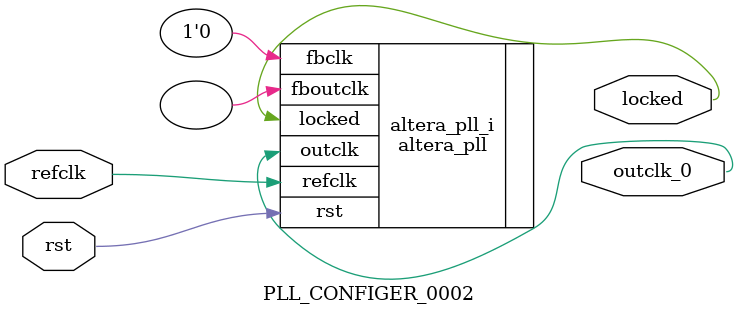
<source format=v>
`timescale 1ns/10ps
module  PLL_CONFIGER_0002(

	// interface 'refclk'
	input wire refclk,

	// interface 'reset'
	input wire rst,

	// interface 'outclk0'
	output wire outclk_0,

	// interface 'locked'
	output wire locked
);

	altera_pll #(
		.fractional_vco_multiplier("true"),
		.reference_clock_frequency("50.0 MHz"),
		.operation_mode("direct"),
		.number_of_clocks(1),
		.output_clock_frequency0("25.000000 MHz"),
		.phase_shift0("0 ps"),
		.duty_cycle0(50),
		.output_clock_frequency1("0 MHz"),
		.phase_shift1("0 ps"),
		.duty_cycle1(50),
		.output_clock_frequency2("0 MHz"),
		.phase_shift2("0 ps"),
		.duty_cycle2(50),
		.output_clock_frequency3("0 MHz"),
		.phase_shift3("0 ps"),
		.duty_cycle3(50),
		.output_clock_frequency4("0 MHz"),
		.phase_shift4("0 ps"),
		.duty_cycle4(50),
		.output_clock_frequency5("0 MHz"),
		.phase_shift5("0 ps"),
		.duty_cycle5(50),
		.output_clock_frequency6("0 MHz"),
		.phase_shift6("0 ps"),
		.duty_cycle6(50),
		.output_clock_frequency7("0 MHz"),
		.phase_shift7("0 ps"),
		.duty_cycle7(50),
		.output_clock_frequency8("0 MHz"),
		.phase_shift8("0 ps"),
		.duty_cycle8(50),
		.output_clock_frequency9("0 MHz"),
		.phase_shift9("0 ps"),
		.duty_cycle9(50),
		.output_clock_frequency10("0 MHz"),
		.phase_shift10("0 ps"),
		.duty_cycle10(50),
		.output_clock_frequency11("0 MHz"),
		.phase_shift11("0 ps"),
		.duty_cycle11(50),
		.output_clock_frequency12("0 MHz"),
		.phase_shift12("0 ps"),
		.duty_cycle12(50),
		.output_clock_frequency13("0 MHz"),
		.phase_shift13("0 ps"),
		.duty_cycle13(50),
		.output_clock_frequency14("0 MHz"),
		.phase_shift14("0 ps"),
		.duty_cycle14(50),
		.output_clock_frequency15("0 MHz"),
		.phase_shift15("0 ps"),
		.duty_cycle15(50),
		.output_clock_frequency16("0 MHz"),
		.phase_shift16("0 ps"),
		.duty_cycle16(50),
		.output_clock_frequency17("0 MHz"),
		.phase_shift17("0 ps"),
		.duty_cycle17(50),
		.pll_type("General"),
		.pll_subtype("General")
	) altera_pll_i (
		.rst	(rst),
		.outclk	({outclk_0}),
		.locked	(locked),
		.fboutclk	( ),
		.fbclk	(1'b0),
		.refclk	(refclk)
	);
endmodule


</source>
